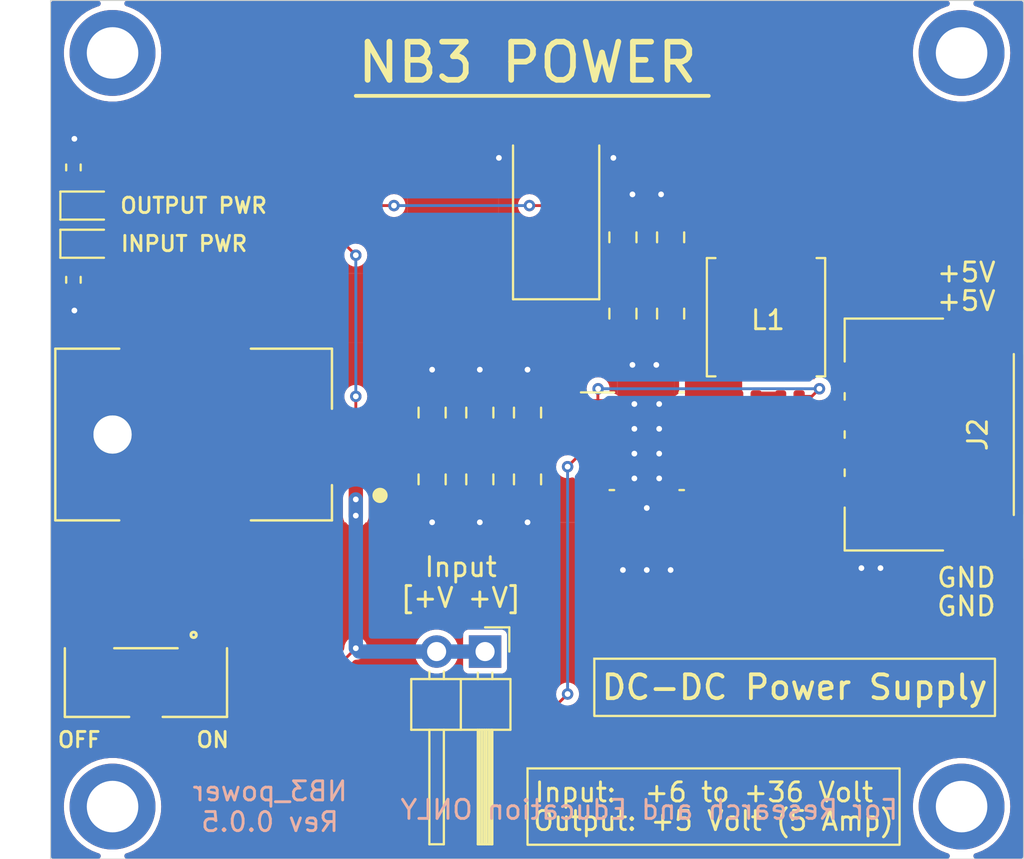
<source format=kicad_pcb>
(kicad_pcb (version 20240108) (generator "pcbnew") (generator_version "8.0")
  (title_block (title "NB3 Power PCB") (date "2023-11-29") (rev "0.0.5") (company "Voight-Kampff"))
  (layers (0 "F.Cu" signal) (31 "B.Cu" power) (34 "B.Paste" user) (35 "F.Paste" user) (36 "B.SilkS" user "B.Silkscreen") (37 "F.SilkS" user "F.Silkscreen") (38 "B.Mask" user) (39 "F.Mask" user) (44 "Edge.Cuts" user))
  (net 0 "")
  (net 1 "GND")
  (net 2 "Net-(C7-Pad1)")
  (net 3 "+5V")
  (net 4 "Net-(C10-Pad1)")
  (net 5 "+12V")
  (net 6 "Net-(U1-BST)")
  (net 7 "Net-(U1-SS)")
  (net 8 "Net-(U1-COMP)")
  (net 9 "Net-(U1-FB)")
  (net 10 "Net-(D1-K)")
  (net 11 "Net-(D2-K)")
  (net 12 "Net-(U1-SW)")
  (net 13 "Net-(SW1-B)")
  (footprint "MountingHole:MountingHole_2.7mm_M2.5_ISO7380_Pad" (layer "F.Cu") (at 133.25 127.5)
    (property "Reference" "H3" (hide yes))
    (property "Value" "MountingHole" (hide yes))
    (pad "" np_thru_hole circle (at 0 0) (size 4.5 4.5) (drill 2.7) (layers "F&B.Cu" "*.Mask"))
  )
  (footprint "Capacitor_SMD:C_0805_2012Metric" (layer "F.Cu") (at 162.5 101.6625 -90)
    (property "Reference" "C12" (hide yes))
    (property "Value" "10uF")
    (fp_line (start -0.258578 0.71) (end 0.258578 0.71) (stroke (width 0.12)) (layer "F.SilkS"))
    (fp_line (start -0.258578 -0.71) (end 0.258578 -0.71) (stroke (width 0.12)) (layer "F.SilkS"))
    (pad "1" smd roundrect (at -0.9375 0 270) (size 0.975 1.4) (layers "F.Cu" "F.Paste" "F.Mask") (net 3 "+5V"))
    (pad "2" smd roundrect (at 0.9375 0 270) (size 0.975 1.4) (layers "F.Cu" "F.Paste" "F.Mask") (net 1 "GND"))
  )
  (footprint "Resistor_SMD:R_0402_1005Metric" (layer "F.Cu") (at 166.5 106)
    (property "Reference" "R2" (hide yes))
    (property "Value" "10R")
    (pad "1" smd roundrect (at -0.485 0) (size 0.59 0.64) (layers "F.Cu" "F.Paste" "F.Mask") (net 12 "Net-(U1-SW)"))
    (pad "2" smd roundrect (at 0.485 0) (size 0.59 0.64) (layers "F.Cu" "F.Paste" "F.Mask") (net 2 "Net-(C7-Pad1)"))
  )
  (footprint "Resistor_SMD:R_0402_1005Metric" (layer "F.Cu") (at 131.2 94 90)
    (property "Reference" "R6" (hide yes))
    (property "Value" "1.6k")
    (fp_line (start -0.153641 -0.38) (end 0.153641 -0.38) (stroke (width 0.12)) (layer "F.SilkS"))
    (fp_line (start -0.153641 0.38) (end 0.153641 0.38) (stroke (width 0.12)) (layer "F.SilkS"))
    (pad "1" smd roundrect (at -0.51 0 90) (size 0.54 0.64) (layers "F.Cu" "F.Paste" "F.Mask") (net 11 "Net-(D2-K)"))
    (pad "2" smd roundrect (at 0.51 0 90) (size 0.54 0.64) (layers "F.Cu" "F.Paste" "F.Mask") (net 1 "GND"))
  )
  (footprint "Capacitor_SMD:C_0805_2012Metric" (layer "F.Cu") (at 155 106.85 90)
    (property "Reference" "C6" (hide yes))
    (property "Value" "10uF 35v")
    (fp_line (start -0.258578 -0.71) (end 0.258578 -0.71) (stroke (width 0.12)) (layer "F.SilkS"))
    (fp_line (start -0.258578 0.71) (end 0.258578 0.71) (stroke (width 0.12)) (layer "F.SilkS"))
    (pad "1" smd roundrect (at -0.9375 0 90) (size 0.975 1.4) (layers "F.Cu" "F.Paste" "F.Mask") (net 5 "+12V"))
    (pad "2" smd roundrect (at 0.9375 0 90) (size 0.975 1.4) (layers "F.Cu" "F.Paste" "F.Mask") (net 1 "GND"))
  )
  (footprint "LED_SMD:LED_0603_1608Metric" (layer "F.Cu") (at 132 96)
    (property "Reference" "D2" (hide yes))
    (property "Value" "LED (Red)")
    (fp_line (start -1.485 -0.735) (end -1.485 0.735) (stroke (width 0.12)) (layer "F.SilkS"))
    (fp_line (start -1.485 0.735) (end 0.8 0.735) (stroke (width 0.12)) (layer "F.SilkS"))
    (fp_line (start 0.8 -0.735) (end -1.485 -0.735) (stroke (width 0.12)) (layer "F.SilkS"))
    (pad "1" smd roundrect (at -0.7875 0) (size 0.875 0.95) (layers "F.Cu" "F.Paste" "F.Mask") (net 11 "Net-(D2-K)"))
    (pad "2" smd roundrect (at 0.7875 0) (size 0.875 0.95) (layers "F.Cu" "F.Paste" "F.Mask") (net 3 "+5V"))
  )
  (footprint "Capacitor_Tantalum_SMD:CP_EIA-7343-31_Kemet-D" (layer "F.Cu") (at 156.5 96.5 90)
    (property "Reference" "C16" (hide yes))
    (property "Value" "100uF")
    (fp_line (start 3.65 -2.26) (end -4.41 -2.26) (stroke (width 0.12)) (layer "F.SilkS"))
    (fp_line (start -4.41 -2.26) (end -4.41 2.26) (stroke (width 0.12)) (layer "F.SilkS"))
    (fp_line (start -4.41 2.26) (end 3.65 2.26) (stroke (width 0.12)) (layer "F.SilkS"))
    (pad "1" smd roundrect (at -3.1125 0 90) (size 2.075 2.55) (layers "F.Cu" "F.Paste" "F.Mask") (roundrect_rratio 0.1204819277) (net 3 "+5V"))
    (pad "2" smd roundrect (at 3.1125 0 90) (size 2.075 2.55) (layers "F.Cu" "F.Paste" "F.Mask") (roundrect_rratio 0.1204819277) (net 1 "GND"))
  )
  (footprint "MountingHole:MountingHole_2.7mm_M2.5_ISO7380_Pad" (layer "F.Cu") (at 177.75 88)
    (property "Reference" "H2" (hide yes))
    (property "Value" "MountingHole" (hide yes))
    (pad "" np_thru_hole circle (at 0 0) (size 4.5 4.5) (drill 2.7) (layers "F&B.Cu" "*.Mask"))
  )
  (footprint "Capacitor_SMD:C_0805_2012Metric" (layer "F.Cu") (at 150 106.85 90)
    (property "Reference" "C4" (hide yes))
    (property "Value" "10uF 35v")
    (fp_line (start -0.258578 -0.71) (end 0.258578 -0.71) (stroke (width 0.12)) (layer "F.SilkS"))
    (fp_line (start -0.258578 0.71) (end 0.258578 0.71) (stroke (width 0.12)) (layer "F.SilkS"))
    (pad "1" smd roundrect (at -0.9375 0 90) (size 0.975 1.4) (layers "F.Cu" "F.Paste" "F.Mask") (net 5 "+12V"))
    (pad "2" smd roundrect (at 0.9375 0 90) (size 0.975 1.4) (layers "F.Cu" "F.Paste" "F.Mask") (net 1 "GND"))
  )
  (footprint "Capacitor_SMD:C_0805_2012Metric" (layer "F.Cu") (at 160 97.6625 90)
    (property "Reference" "C14" (hide yes))
    (property "Value" "10uF")
    (fp_line (start -0.258578 -0.71) (end 0.258578 -0.71) (stroke (width 0.12)) (layer "F.SilkS"))
    (fp_line (start -0.258578 0.71) (end 0.258578 0.71) (stroke (width 0.12)) (layer "F.SilkS"))
    (pad "1" smd roundrect (at -0.9375 0 90) (size 0.975 1.4) (layers "F.Cu" "F.Paste" "F.Mask") (net 3 "+5V"))
    (pad "2" smd roundrect (at 0.9375 0 90) (size 0.975 1.4) (layers "F.Cu" "F.Paste" "F.Mask") (net 1 "GND"))
  )
  (footprint "Resistor_SMD:R_0402_1005Metric" (layer "F.Cu") (at 168.25 109.4)
    (property "Reference" "R3" (hide yes))
    (property "Value" "20K 1%")
    (pad "1" smd roundrect (at -0.485 0) (size 0.59 0.64) (layers "F.Cu" "F.Paste" "F.Mask") (net 8 "Net-(U1-COMP)"))
    (pad "2" smd roundrect (at 0.485 0) (size 0.59 0.64) (layers "F.Cu" "F.Paste" "F.Mask") (net 4 "Net-(C10-Pad1)"))
  )
  (footprint "Resistor_SMD:R_0402_1005Metric" (layer "F.Cu") (at 131.2 99.89 -90)
    (property "Reference" "R1" (hide yes))
    (property "Value" "5.6k")
    (fp_line (start -0.153641 0.38) (end 0.153641 0.38) (stroke (width 0.12)) (layer "F.SilkS"))
    (fp_line (start -0.153641 -0.38) (end 0.153641 -0.38) (stroke (width 0.12)) (layer "F.SilkS"))
    (pad "1" smd roundrect (at -0.51 0 270) (size 0.54 0.64) (layers "F.Cu" "F.Paste" "F.Mask") (net 10 "Net-(D1-K)"))
    (pad "2" smd roundrect (at 0.51 0 270) (size 0.54 0.64) (layers "F.Cu" "F.Paste" "F.Mask") (net 1 "GND"))
  )
  (footprint "NB3_power:Barrel_Jack_PJ-036AH-SMT-TR" (layer "F.Cu") (at 146 108.65)
    (property "Reference" "J1" (hide yes))
    (property "Value" "Barrel_Jack_PJ-036AH-SMT-TR" (hide yes))
    (fp_line (start -15.75 -5.15) (end -15.75 3.85) (stroke (width 0.127)) (layer "F.SilkS"))
    (fp_line (start -15.75 3.85) (end -12.4 3.85) (stroke (width 0.127)) (layer "F.SilkS"))
    (fp_line (start -12.4 -5.15) (end -15.75 -5.15) (stroke (width 0.127)) (layer "F.SilkS"))
    (fp_line (start -5.5 3.85) (end -1.25 3.85) (stroke (width 0.127)) (layer "F.SilkS"))
    (fp_line (start -1.25 -5.15) (end -5.5 -5.15) (stroke (width 0.127)) (layer "F.SilkS"))
    (fp_line (start -1.25 -2) (end -1.25 -5.15) (stroke (width 0.127)) (layer "F.SilkS"))
    (fp_line (start -1.25 3.85) (end -1.25 2) (stroke (width 0.127)) (layer "F.SilkS"))
    (fp_circle (center 1.27 2.54) (end 1.47 2.54) (stroke (width 0.4)) (fill none) (layer "F.SilkS"))
    (pad "" np_thru_hole circle (at -12.75 -0.65) (size 2 2) (drill 2) (layers "*.Cu" "*.Mask" "F.SilkS"))
    (pad "1" smd rect (at 0 0 90) (size 3.3 4.4) (layers "F.Cu" "F.Paste" "F.Mask") (net 5 "+12V"))
    (pad "2" smd rect (at -8.95 -7.1 180) (size 6.2 3.9) (layers "F.Cu" "F.Paste" "F.Mask") (net 1 "GND"))
    (pad "3" smd rect (at -8.95 5.8) (size 6.2 3.9) (layers "F.Cu" "F.Paste" "F.Mask") (net 1 "GND"))
  )
  (footprint "NB3_power:Switch_SPDT_SMD_Slide_JS102011JCQN" (layer "F.Cu") (at 135 121 180)
    (property "Reference" "SW1" (hide yes))
    (property "Value" "SW_SPDT" (hide yes))
    (fp_line (start 4.25 -1.8) (end 4.25 1.8) (stroke (width 0.127)) (layer "F.SilkS"))
    (fp_line (start 1.66 1.8) (end -1.66 1.8) (stroke (width 0.127)) (layer "F.SilkS"))
    (fp_line (start 0.88 -1.8) (end 4.25 -1.8) (stroke (width 0.127)) (layer "F.SilkS"))
    (fp_line (start -4.25 1.8) (end -4.25 -1.8) (stroke (width 0.127)) (layer "F.SilkS"))
    (fp_line (start -4.25 -1.8) (end -0.88 -1.8) (stroke (width 0.127)) (layer "F.SilkS"))
    (fp_circle (center -2.5 2.5) (end -2.358581 2.5) (stroke (width 0.1524)) (fill none) (layer "F.SilkS"))
    (pad "1" smd rect (at -2.5 1.2 180) (size 1 1.6) (layers "F.Cu" "F.Paste" "F.Mask") (net 5 "+12V"))
    (pad "2" smd rect (at 0 -1.2 180) (size 1 1.6) (layers "F.Cu" "F.Paste" "F.Mask") (net 13 "Net-(SW1-B)"))
    (pad "3" smd rect (at 2.5 1.2 180) (size 1 1.6) (layers "F.Cu" "F.Paste" "F.Mask") (net 1 "GND"))
  )
  (footprint "Capacitor_SMD:C_0402_1005Metric" (layer "F.Cu") (at 168.25 108.3 180)
    (property "Reference" "C10" (hide yes))
    (property "Value" "1.2nF")
    (pad "1" smd roundrect (at -0.485 0 180) (size 0.59 0.64) (layers "F.Cu" "F.Paste" "F.Mask") (net 4 "Net-(C10-Pad1)"))
    (pad "2" smd roundrect (at 0.485 0 180) (size 0.59 0.64) (layers "F.Cu" "F.Paste" "F.Mask") (net 1 "GND"))
  )
  (footprint "Capacitor_SMD:C_0805_2012Metric" (layer "F.Cu") (at 150 110.35 -90)
    (property "Reference" "C3" (hide yes))
    (property "Value" "10uF 35v")
    (fp_line (start -0.258578 0.71) (end 0.258578 0.71) (stroke (width 0.12)) (layer "F.SilkS"))
    (fp_line (start -0.258578 -0.71) (end 0.258578 -0.71) (stroke (width 0.12)) (layer "F.SilkS"))
    (pad "1" smd roundrect (at -0.9375 0 270) (size 0.975 1.4) (layers "F.Cu" "F.Paste" "F.Mask") (net 5 "+12V"))
    (pad "2" smd roundrect (at 0.9375 0 270) (size 0.975 1.4) (layers "F.Cu" "F.Paste" "F.Mask") (net 1 "GND"))
  )
  (footprint "MountingHole:MountingHole_2.7mm_M2.5_ISO7380_Pad" (layer "F.Cu") (at 177.75 127.5)
    (property "Reference" "H4" (hide yes))
    (property "Value" "MountingHole" (hide yes))
    (pad "" np_thru_hole circle (at 0 0) (size 4.5 4.5) (drill 2.7) (layers "F&B.Cu" "*.Mask"))
  )
  (footprint "Connector_PinHeader_2.54mm:PinHeader_1x02_P2.54mm_Horizontal" (layer "F.Cu") (at 152.775 119.375 -90)
    (property "Reference" "J3" (hide yes))
    (property "Value" "Conn_01x02_Pin")
    (fp_line (start 1.44 3.87) (end 4.1 3.87) (stroke (width 0.12)) (layer "F.SilkS"))
    (fp_line (start 4.1 3.87) (end 4.1 -1.33) (stroke (width 0.12)) (layer "F.SilkS"))
    (fp_line (start 1.042929 2.92) (end 1.44 2.92) (stroke (width 0.12)) (layer "F.SilkS"))
    (fp_line (start 10.1 2.92) (end 4.1 2.92) (stroke (width 0.12)) (layer "F.SilkS"))
    (fp_line (start 1.042929 2.16) (end 1.44 2.16) (stroke (width 0.12)) (layer "F.SilkS"))
    (fp_line (start 4.1 2.16) (end 10.1 2.16) (stroke (width 0.12)) (layer "F.SilkS"))
    (fp_line (start 10.1 2.16) (end 10.1 2.92) (stroke (width 0.12)) (layer "F.SilkS"))
    (fp_line (start 1.44 1.27) (end 4.1 1.27) (stroke (width 0.12)) (layer "F.SilkS"))
    (fp_line (start 1.11 0.38) (end 1.44 0.38) (stroke (width 0.12)) (layer "F.SilkS"))
    (fp_line (start 10.1 0.38) (end 4.1 0.38) (stroke (width 0.12)) (layer "F.SilkS"))
    (fp_line (start 4.1 0.28) (end 10.1 0.28) (stroke (width 0.12)) (layer "F.SilkS"))
    (fp_line (start 4.1 0.16) (end 10.1 0.16) (stroke (width 0.12)) (layer "F.SilkS"))
    (fp_line (start 4.1 0.04) (end 10.1 0.04) (stroke (width 0.12)) (layer "F.SilkS"))
    (fp_line (start -1.27 0) (end -1.27 -1.27) (stroke (width 0.12)) (layer "F.SilkS"))
    (fp_line (start 4.1 -0.08) (end 10.1 -0.08) (stroke (width 0.12)) (layer "F.SilkS"))
    (fp_line (start 4.1 -0.2) (end 10.1 -0.2) (stroke (width 0.12)) (layer "F.SilkS"))
    (fp_line (start 4.1 -0.32) (end 10.1 -0.32) (stroke (width 0.12)) (layer "F.SilkS"))
    (fp_line (start 1.11 -0.38) (end 1.44 -0.38) (stroke (width 0.12)) (layer "F.SilkS"))
    (fp_line (start 4.1 -0.38) (end 10.1 -0.38) (stroke (width 0.12)) (layer "F.SilkS"))
    (fp_line (start 10.1 -0.38) (end 10.1 0.38) (stroke (width 0.12)) (layer "F.SilkS"))
    (fp_line (start -1.27 -1.27) (end 0 -1.27) (stroke (width 0.12)) (layer "F.SilkS"))
    (fp_line (start 1.44 -1.33) (end 1.44 3.87) (stroke (width 0.12)) (layer "F.SilkS"))
    (fp_line (start 4.1 -1.33) (end 1.44 -1.33) (stroke (width 0.12)) (layer "F.SilkS"))
    (pad "1" thru_hole rect (at 0 0 270) (size 1.7 1.7) (drill 1) (layers "*.Cu" "*.Mask") (net 5 "+12V"))
    (pad "2" thru_hole oval (at 0 2.54 270) (size 1.7 1.7) (drill 1) (layers "*.Cu" "*.Mask") (net 5 "+12V"))
  )
  (footprint "Capacitor_SMD:C_0805_2012Metric" (layer "F.Cu") (at 152.5 110.35 -90)
    (property "Reference" "C1" (hide yes))
    (property "Value" "10uF 35v")
    (fp_line (start -0.258578 0.71) (end 0.258578 0.71) (stroke (width 0.12)) (layer "F.SilkS"))
    (fp_line (start -0.258578 -0.71) (end 0.258578 -0.71) (stroke (width 0.12)) (layer "F.SilkS"))
    (pad "1" smd roundrect (at -0.9375 0 270) (size 0.975 1.4) (layers "F.Cu" "F.Paste" "F.Mask") (net 5 "+12V"))
    (pad "2" smd roundrect (at 0.9375 0 270) (size 0.975 1.4) (layers "F.Cu" "F.Paste" "F.Mask") (net 1 "GND"))
  )
  (footprint "Capacitor_SMD:C_0805_2012Metric" (layer "F.Cu") (at 162.5 97.6625 90)
    (property "Reference" "C15" (hide yes))
    (property "Value" "10uF")
    (fp_line (start -0.258578 -0.71) (end 0.258578 -0.71) (stroke (width 0.12)) (layer "F.SilkS"))
    (fp_line (start -0.258578 0.71) (end 0.258578 0.71) (stroke (width 0.12)) (layer "F.SilkS"))
    (pad "1" smd roundrect (at -0.9375 0 90) (size 0.975 1.4) (layers "F.Cu" "F.Paste" "F.Mask") (net 3 "+5V"))
    (pad "2" smd roundrect (at 0.9375 0 90) (size 0.975 1.4) (layers "F.Cu" "F.Paste" "F.Mask") (net 1 "GND"))
  )
  (footprint "LED_SMD:LED_0603_1608Metric" (layer "F.Cu") (at 132 98)
    (property "Reference" "D1" (hide yes))
    (property "Value" "LED (Green)")
    (fp_line (start -1.485 -0.735) (end -1.485 0.735) (stroke (width 0.12)) (layer "F.SilkS"))
    (fp_line (start -1.485 0.735) (end 0.8 0.735) (stroke (width 0.12)) (layer "F.SilkS"))
    (fp_line (start 0.8 -0.735) (end -1.485 -0.735) (stroke (width 0.12)) (layer "F.SilkS"))
    (pad "1" smd roundrect (at -0.7875 0) (size 0.875 0.95) (layers "F.Cu" "F.Paste" "F.Mask") (net 10 "Net-(D1-K)"))
    (pad "2" smd roundrect (at 0.7875 0) (size 0.875 0.95) (layers "F.Cu" "F.Paste" "F.Mask") (net 5 "+12V"))
  )
  (footprint "Capacitor_SMD:C_0805_2012Metric" (layer "F.Cu") (at 152.5 106.85 90)
    (property "Reference" "C5" (hide yes))
    (property "Value" "10uF 35v")
    (fp_line (start -0.258578 -0.71) (end 0.258578 -0.71) (stroke (width 0.12)) (layer "F.SilkS"))
    (fp_line (start -0.258578 0.71) (end 0.258578 0.71) (stroke (width 0.12)) (layer "F.SilkS"))
    (pad "1" smd roundrect (at -0.9375 0 90) (size 0.975 1.4) (layers "F.Cu" "F.Paste" "F.Mask") (net 5 "+12V"))
    (pad "2" smd roundrect (at 0.9375 0 90) (size 0.975 1.4) (layers "F.Cu" "F.Paste" "F.Mask") (net 1 "GND"))
  )
  (footprint "Capacitor_SMD:C_0402_1005Metric" (layer "F.Cu") (at 166 108.35 90)
    (property "Reference" "C9" (hide yes))
    (property "Value" "1nF")
    (pad "1" smd roundrect (at -0.485 0 90) (size 0.59 0.64) (layers "F.Cu" "F.Paste" "F.Mask") (net 8 "Net-(U1-COMP)"))
    (pad "2" smd roundrect (at 0.485 0 90) (size 0.59 0.64) (layers "F.Cu" "F.Paste" "F.Mask") (net 1 "GND"))
  )
  (footprint "MountingHole:MountingHole_2.7mm_M2.5_ISO7380_Pad" (layer "F.Cu") (at 133.25 88)
    (property "Reference" "H1" (hide yes))
    (property "Value" "MountingHole" (hide yes))
    (pad "" np_thru_hole circle (at 0 0) (size 4.5 4.5) (drill 2.7) (layers "F&B.Cu" "*.Mask"))
  )
  (footprint "Capacitor_SMD:C_0402_1005Metric" (layer "F.Cu") (at 168.75 106)
    (property "Reference" "C7" (hide yes))
    (property "Value" "100nF")
    (pad "1" smd roundrect (at -0.485 0) (size 0.59 0.64) (layers "F.Cu" "F.Paste" "F.Mask") (net 2 "Net-(C7-Pad1)"))
    (pad "2" smd roundrect (at 0.485 0) (size 0.59 0.64) (layers "F.Cu" "F.Paste" "F.Mask") (net 6 "Net-(U1-BST)"))
  )
  (footprint "Resistor_SMD:R_0402_1005Metric" (layer "F.Cu") (at 166.5 110.5 180)
    (property "Reference" "R4" (hide yes))
    (property "Value" "12K 1%")
    (pad "1" smd roundrect (at -0.485 0 180) (size 0.59 0.64) (layers "F.Cu" "F.Paste" "F.Mask") (net 3 "+5V"))
    (pad "2" smd roundrect (at 0.485 0 180) (size 0.59 0.64) (layers "F.Cu" "F.Paste" "F.Mask") (net 9 "Net-(U1-FB)"))
  )
  (footprint "Capacitor_SMD:C_0805_2012Metric" (layer "F.Cu") (at 160 101.6625 -90)
    (property "Reference" "C13" (hide yes))
    (property "Value" "10uF")
    (fp_line (start -0.258578 0.71) (end 0.258578 0.71) (stroke (width 0.12)) (layer "F.SilkS"))
    (fp_line (start -0.258578 -0.71) (end 0.258578 -0.71) (stroke (width 0.12)) (layer "F.SilkS"))
    (pad "1" smd roundrect (at -0.9375 0 270) (size 0.975 1.4) (layers "F.Cu" "F.Paste" "F.Mask") (net 3 "+5V"))
    (pad "2" smd roundrect (at 0.9375 0 270) (size 0.975 1.4) (layers "F.Cu" "F.Paste" "F.Mask") (net 1 "GND"))
  )
  (footprint "Capacitor_SMD:C_0805_2012Metric" (layer "F.Cu") (at 155 110.35 -90)
    (property "Reference" "C2" (hide yes))
    (property "Value" "10uF 35v")
    (fp_line (start -0.258578 0.71) (end 0.258578 0.71) (stroke (width 0.12)) (layer "F.SilkS"))
    (fp_line (start -0.258578 -0.71) (end 0.258578 -0.71) (stroke (width 0.12)) (layer "F.SilkS"))
    (pad "1" smd roundrect (at -0.9375 0 270) (size 0.975 1.4) (layers "F.Cu" "F.Paste" "F.Mask") (net 5 "+12V"))
    (pad "2" smd roundrect (at 0.9375 0 270) (size 0.975 1.4) (layers "F.Cu" "F.Paste" "F.Mask") (net 1 "GND"))
  )
  (footprint "Capacitor_SMD:C_0402_1005Metric" (layer "F.Cu") (at 166.5 111.6 180)
    (property "Reference" "C11" (hide yes))
    (property "Value" "1nF")
    (pad "1" smd roundrect (at -0.485 0 180) (size 0.59 0.64) (layers "F.Cu" "F.Paste" "F.Mask") (net 3 "+5V"))
    (pad "2" smd roundrect (at 0.485 0 180) (size 0.59 0.64) (layers "F.Cu" "F.Paste" "F.Mask") (net 9 "Net-(U1-FB)"))
  )
  (footprint "Inductor_SMD:L_Bourns_SRN6045TA" (layer "F.Cu") (at 167.5 101.85 90)
    (property "Reference" "L1" (at -0.15 0.1 180) (layer "F.SilkS"))
    (property "Value" "SRN6045TA-2R2Y" (hide yes))
    (fp_line (start 3.1 -3.1) (end 3.1 -2.65) (stroke (width 0.12)) (layer "F.SilkS"))
    (fp_line (start -3.1 -3.1) (end 3.1 -3.1) (stroke (width 0.12)) (layer "F.SilkS"))
    (fp_line (start -3.1 -3.1) (end -3.1 -2.65) (stroke (width 0.12)) (layer "F.SilkS"))
    (fp_line (start 3.1 3.1) (end 3.1 2.65) (stroke (width 0.12)) (layer "F.SilkS"))
    (fp_line (start 3.1 3.1) (end -3.1 3.1) (stroke (width 0.12)) (layer "F.SilkS"))
    (fp_line (start -3.1 3.1) (end -3.1 2.65) (stroke (width 0.12)) (layer "F.SilkS"))
    (pad "1" smd rect (at -2.075 0 90) (size 2.35 5.1) (layers "F.Cu" "F.Paste" "F.Mask") (net 12 "Net-(U1-SW)"))
    (pad "2" smd rect (at 2.075 0 90) (size 2.35 5.1) (layers "F.Cu" "F.Paste" "F.Mask") (net 3 "+5V"))
  )
  (footprint "Capacitor_SMD:C_0402_1005Metric" (layer "F.Cu") (at 159.5 111.8)
    (property "Reference" "C8" (hide yes))
    (property "Value" "100nF")
    (pad "1" smd roundrect (at -0.485 0) (size 0.59 0.64) (layers "F.Cu" "F.Paste" "F.Mask") (net 7 "Net-(U1-SS)"))
    (pad "2" smd roundrect (at 0.485 0) (size 0.59 0.64) (layers "F.Cu" "F.Paste" "F.Mask") (net 1 "GND"))
  )
  (footprint "Resistor_SMD:R_0402_1005Metric" (layer "F.Cu") (at 163 111.8 180)
    (property "Reference" "R5" (hide yes))
    (property "Value" "2.2K 1%")
    (pad "1" smd roundrect (at -0.485 0 180) (size 0.59 0.64) (layers "F.Cu" "F.Paste" "F.Mask") (net 9 "Net-(U1-FB)"))
    (pad "2" smd roundrect (at 0.485 0 180) (size 0.59 0.64) (layers "F.Cu" "F.Paste" "F.Mask") (net 1 "GND"))
  )
  (footprint "NB3_power:Connector_S4B-PH-SM4-TB(LF)(SN)" (layer "F.Cu") (at 176.055299 108 -90)
    (property "Reference" "J2" (at 0.000001 -2.54 90) (layer "F.SilkS"))
    (property "Value" "Connector_S4B-PH-SM4-TB(LF)(SN)" (hide yes))
    (fp_line (start -6.077 4.4323) (end -3.828038 4.4323) (stroke (width 0.12)) (layer "F.SilkS"))
    (fp_line (start -2.171958 4.4323) (end -1.828039 4.4323) (stroke (width 0.12)) (layer "F.SilkS"))
    (fp_line (start -0.171959 4.4323) (end 0.171962 4.4323) (stroke (width 0.12)) (layer "F.SilkS"))
    (fp_line (start 1.828042 4.4323) (end 2.17196 4.4323) (stroke (width 0.12)) (layer "F.SilkS"))
    (fp_line (start 3.82804 4.4323) (end 6.077002 4.4323) (stroke (width 0.12)) (layer "F.SilkS"))
    (fp_line (start 6.077002 4.4323) (end 6.077002 -0.719961) (stroke (width 0.12)) (layer "F.SilkS"))
    (fp_line (start -6.077 -0.719961) (end -6.077 4.4323) (stroke (width 0.12)) (layer "F.SilkS"))
    (fp_line (start 4.217161 -4.4323) (end -4.217158 -4.4323) (stroke (width 0.12)) (layer "F.SilkS"))
    (pad "1" smd rect (at 3 2.944701 270) (size 0.9906 3.5052) (layers "F.Cu" "F.Paste" "F.Mask") (net 1 "GND"))
    (pad "2" smd rect (at 1.000002 2.944701 270) (size 0.9906 3.5052) (layers "F.Cu" "F.Paste" "F.Mask") (net 1 "GND"))
    (pad "3" smd rect (at -0.999999 2.944701 270) (size 0.9906 3.5052) (layers "F.Cu" "F.Paste" "F.Mask") (net 3 "+5V"))
    (pad "4" smd rect (at -2.999998 2.944701 270) (size 0.9906 3.5052) (layers "F.Cu" "F.Paste" "F.Mask") (net 3 "+5V"))
    (pad "5" smd rect (at -5.349998 -2.805301) (size 3.5052 1.6002) (layers "F.Cu" "F.Paste" "F.Mask"))
    (pad "6" smd rect (at 5.350001 -2.805301) (size 3.5052 1.6002) (layers "F.Cu" "F.Paste" "F.Mask"))
  )
  (footprint "NB3_power:Voltage_Regulator_AP64501" (layer "F.Cu") (at 161.25 108.35)
    (property "Reference" "U1" (hide yes))
    (property "Value" "Voltage_Regulator_AP64501" (hide yes))
    (fp_line (start -1.710584 -2.56) (end -3.45 -2.56) (stroke (width 0.12)) (layer "F.SilkS"))
    (fp_line (start -1.710584 2.56) (end -1.95 2.56) (stroke (width 0.12)) (layer "F.SilkS"))
    (fp_line (start 1.710584 -2.56) (end 1.95 -2.56) (stroke (width 0.12)) (layer "F.SilkS"))
    (fp_line (start 1.710584 2.56) (end 1.95 2.56) (stroke (width 0.12)) (layer "F.SilkS"))
    (pad "1" smd roundrect (at -2.5625 -1.905) (size 1.775 0.6) (layers "F.Cu" "F.Paste" "F.Mask") (net 6 "Net-(U1-BST)"))
    (pad "2" smd roundrect (at -2.5625 -0.635) (size 1.775 0.6) (layers "F.Cu" "F.Paste" "F.Mask") (net 5 "+12V"))
    (pad "3" smd roundrect (at -2.5625 0.635) (size 1.775 0.6) (layers "F.Cu" "F.Paste" "F.Mask") (net 13 "Net-(SW1-B)"))
    (pad "4" smd roundrect (at -2.5625 1.905) (size 1.775 0.6) (layers "F.Cu" "F.Paste" "F.Mask") (net 7 "Net-(U1-SS)"))
    (pad "5" smd roundrect (at 2.5625 1.905) (size 1.775 0.6) (layers "F.Cu" "F.Paste" "F.Mask") (net 9 "Net-(U1-FB)"))
    (pad "6" smd roundrect (at 2.5625 0.635) (size 1.775 0.6) (layers "F.Cu" "F.Paste" "F.Mask") (net 8 "Net-(U1-COMP)"))
    (pad "7" smd roundrect (at 2.5625 -0.635) (size 1.775 0.6) (layers "F.Cu" "F.Paste" "F.Mask") (net 1 "GND"))
    (pad "8" smd roundrect (at 2.5625 -1.905) (size 1.775 0.6) (layers "F.Cu" "F.Paste" "F.Mask") (net 12 "Net-(U1-SW)"))
    (pad "9" thru_hole circle (at -0.65 -1.95) (size 0.5 0.5) (drill 0.3) (layers "*.Cu") (net 1 "GND"))
    (pad "9" thru_hole circle (at -0.65 -0.65) (size 0.5 0.5) (drill 0.3) (layers "*.Cu") (net 1 "GND"))
    (pad "9" thru_hole circle (at -0.65 0.65 270) (size 0.5 0.5) (drill 0.3) (layers "*.Cu") (net 1 "GND"))
    (pad "9" thru_hole circle (at -0.65 1.95) (size 0.5 0.5) (drill 0.3) (layers "*.Cu") (net 1 "GND"))
    (pad "9" smd rect (at 0 0) (size 1.8 4.4) (layers "B.Cu" "B.Mask") (net 1 "GND"))
    (pad "9" smd rect (at 0 0) (size 2.95 4.9) (layers "F.Cu") (net 1 "GND"))
    (pad "9" thru_hole circle (at 0.65 -1.95) (size 0.5 0.5) (drill 0.3) (layers "*.Cu") (net 1 "GND"))
    (pad "9" thru_hole circle (at 0.65 -0.65) (size 0.5 0.5) (drill 0.3) (layers "*.Cu") (net 1 "GND"))
    (pad "9" thru_hole circle (at 0.65 0.65) (size 0.5 0.5) (drill 0.3) (layers "*.Cu") (net 1 "GND"))
    (pad "9" thru_hole circle (at 0.65 1.95) (size 0.5 0.5) (drill 0.3) (layers "*.Cu") (net 1 "GND"))
  )
  (gr_line (start 146 90.25) (end 164.5 90.25) (stroke (width 0.2)) (layer "F.SilkS"))
  (gr_rect (start 155 125.5) (end 174.5 129.5) (stroke (width 0.12)) (fill none) (layer "F.SilkS"))
  (gr_rect (start 158.5 119.75) (end 179.5 122.75) (stroke (width 0.12)) (fill none) (layer "F.SilkS"))
  (gr_rect (start 130 85.25) (end 181 130.25) (stroke (width 0.05)) (fill none) (layer "Edge.Cuts"))
  (gr_text "For Research and Education ONLY" (at 174.5 128.25 0) (layer "B.SilkS") (effects (font (size 1 1)) (justify left bottom mirror)))
  (gr_text "NB3_power\nRev 0.0.5" (at 141.5 127.5 0) (layer "B.SilkS") (effects (font (size 1 1)) (justify mirror)))
  (gr_text "Input\n[+V +V]" (at 151.5 115.75 0) (layer "F.SilkS") (effects (font (size 1 1))))
  (gr_text "NB3 POWER" (at 155 88.5 0) (layer "F.SilkS") (effects (font (size 2 2) (thickness 0.3))))
  (gr_text "ON" (at 138.5 124 0) (layer "F.SilkS") (effects (font (size 0.8 0.8))))
  (gr_text "GND" (at 178 117 0) (layer "F.SilkS") (effects (font (size 1 1))))
  (gr_text "Input:  +6 to +36 Volt" (at 164.25 126.75 0) (layer "F.SilkS") (effects (font (size 1 1))))
  (gr_text "+5V" (at 178 99.5 0) (layer "F.SilkS") (effects (font (size 1 1))))
  (gr_text "+5V" (at 178 101 0) (layer "F.SilkS") (effects (font (size 1 1))))
  (gr_text "OUTPUT PWR" (at 137.5 96 0) (layer "F.SilkS") (effects (font (size 0.8 0.8))))
  (gr_text "INPUT PWR" (at 137 98 0) (layer "F.SilkS") (effects (font (size 0.8 0.8))))
  (gr_text "Output: +5 Volt (5 Amp)" (at 164.75 128.25 0) (layer "F.SilkS") (effects (font (size 1 1))))
  (gr_text "OFF" (at 131.5 124 0) (layer "F.SilkS") (effects (font (size 0.8 0.8))))
  (gr_text "DC-DC Power Supply" (at 169 121.25 0) (layer "F.SilkS") (effects (font (size 1.25 1.25) (thickness 0.2))))
  (gr_text "GND" (at 178 115.5 0) (layer "F.SilkS") (effects (font (size 1 1))))
  (segment (start 162.5 96.725) (end 160 96.725) (width 0.15) (layer "F.Cu") (net 1))
  (segment (start 163.8125 107.715) (end 165.215 107.715) (width 0.5) (layer "F.Cu") (net 1))
  (segment (start 160.5 109.1) (end 161.25 108.35) (width 0.15) (layer "F.Cu") (net 1))
  (segment (start 165.365 107.865) (end 166 107.865) (width 0.5) (layer "F.Cu") (net 1))
  (segment (start 161.915 107.715) (end 161.9 107.7) (width 0.15) (layer "F.Cu") (net 1))
  (segment (start 134.35 114.45) (end 132.5 116.3) (width 0.15) (layer "F.Cu") (net 1))
  (segment (start 166.465 107.865) (end 166.9 108.3) (width 0.5) (layer "F.Cu") (net 1))
  (segment (start 137.05 114.45) (end 134.35 114.45) (width 0.15) (layer "F.Cu") (net 1))
  (segment (start 166.9 108.3) (end 167.765 108.3) (width 0.5) (layer "F.Cu") (net 1))
  (segment (start 163.8125 107.715) (end 161.915 107.715) (width 0.5) (layer "F.Cu") (net 1))
  (segment (start 137.05 101.55) (end 137.05 114.45) (width 4) (layer "F.Cu") (net 1))
  (segment (start 132.5 116.3) (end 132.5 119.8) (width 0.15) (layer "F.Cu") (net 1))
  (segment (start 166 107.865) (end 166.465 107.865) (width 0.5) (layer "F.Cu") (net 1))
  (segment (start 135.9 100.4) (end 137.05 101.55) (width 0.15) (layer "F.Cu") (net 1))
  (segment (start 165.215 107.715) (end 165.365 107.865) (width 0.5) (layer "F.Cu") (net 1))
  (segment (start 131.2 100.4) (end 135.9 100.4) (width 0.15) (layer "F.Cu") (net 1))
  (via (at 161.25 111.85) (size 0.6) (drill 0.3) (layers "F.Cu" "B.Cu") (net 1))
  (via (at 150 104.6) (size 0.6) (drill 0.3) (layers "F.Cu" "B.Cu") (net 1))
  (via (at 160.5 95.4125) (size 0.6) (drill 0.3) (layers "F.Cu" "B.Cu") (net 1))
  (via (at 172.5 115) (size 0.6) (drill 0.3) (layers "F.Cu" "B.Cu") (net 1))
  (via (at 159.5 93.5) (size 0.6) (drill 0.3) (layers "F.Cu" "B.Cu") (net 1))
  (via (at 161.25 115.1) (size 0.6) (drill 0.3) (layers "F.Cu" "B.Cu") (net 1))
  (via (at 155 112.6) (size 0.6) (drill 0.3) (layers "F.Cu" "B.Cu") (net 1))
  (via (at 131.25 92.5) (size 0.6) (drill 0.3) (layers "F.Cu" "B.Cu") (net 1))
  (via (at 161.75 104.35) (size 0.6) (drill 0.3) (layers "F.Cu" "B.Cu") (net 1))
  (via (at 150 112.6) (size 0.6) (drill 0.3) (layers "F.Cu" "B.Cu") (net 1))
  (via (at 173.5 115) (size 0.6) (drill 0.3) (layers "F.Cu" "B.Cu") (net 1))
  (via (at 153.5 93.5) (size 0.6) (drill 0.3) (layers "F.Cu" "B.Cu") (net 1))
  (via (at 160 115.1) (size 0.6) (drill 0.3) (layers "F.Cu" "B.Cu") (net 1))
  (via (at 162 95.4125) (size 0.6) (drill 0.3) (layers "F.Cu" "B.Cu") (net 1))
  (via (at 155 104.6) (size 0.6) (drill 0.3) (layers "F.Cu" "B.Cu") (net 1))
  (via (at 131.25 101.5) (size 0.6) (drill 0.3) (layers "F.Cu" "B.Cu") (net 1))
  (via (at 160.5 104.35) (size 0.6) (drill 0.3) (layers "F.Cu" "B.Cu") (net 1))
  (via (at 152.5 104.6) (size 0.6) (drill 0.3) (layers "F.Cu" "B.Cu") (net 1))
  (via (at 162.5 115.1) (size 0.6) (drill 0.3) (layers "F.Cu" "B.Cu") (net 1))
  (via (at 152.5 112.6) (size 0.6) (drill 0.3) (layers "F.Cu" "B.Cu") (net 1))
  (segment (start 166.985 106) (end 168.265 106) (width 0.5) (layer "F.Cu") (net 2))
  (segment (start 166.985 110.5) (end 166.985 111.6) (width 0.5) (layer "F.Cu") (net 3))
  (segment (start 167.7375 99.5375) (end 167.5 99.775) (width 0.15) (layer "F.Cu") (net 3))
  (segment (start 162.5 100.725) (end 162.5 98.6) (width 0.15) (layer "F.Cu") (net 3))
  (segment (start 156.5 96.4) (end 156.5 99.6125) (width 0.15) (layer "F.Cu") (net 3))
  (segment (start 166.985 110.5) (end 169.2 110.5) (width 0.15) (layer "F.Cu") (net 3))
  (segment (start 155.1 96) (end 156.1 96) (width 0.15) (layer "F.Cu") (net 3))
  (segment (start 169.2 110.5) (end 170 109.7) (width 0.15) (layer "F.Cu") (net 3))
  (segment (start 170 108.2425) (end 171.242499 107.000001) (width 0.15) (layer "F.Cu") (net 3))
  (segment (start 171.242499 107.000001) (end 173.110598 107.000001) (width 0.15) (layer "F.Cu") (net 3))
  (segment (start 160 100.725) (end 160 98.6) (width 0.15) (layer "F.Cu") (net 3))
  (segment (start 132.7875 96) (end 148 96) (width 0.15) (layer "F.Cu") (net 3))
  (segment (start 170 109.7) (end 170 108.2425) (width 0.15) (layer "F.Cu") (net 3))
  (segment (start 162.5 100.725) (end 160 100.725) (width 0.15) (layer "F.Cu") (net 3))
  (segment (start 162.5 98.6) (end 160 98.6) (width 0.15) (layer "F.Cu") (net 3))
  (segment (start 156.1 96) (end 156.5 96.4) (width 0.15) (layer "F.Cu") (net 3))
  (via (at 155.1 96) (size 0.6) (drill 0.3) (layers "F.Cu" "B.Cu") (net 3))
  (via (at 148 96) (size 0.6) (drill 0.3) (layers "F.Cu" "B.Cu") (net 3))
  (segment (start 155.1 96) (end 148 96) (width 0.15) (layer "B.Cu") (net 3))
  (segment (start 168.735 108.3) (end 168.735 109.4) (width 0.5) (layer "F.Cu") (net 4))
  (segment (start 146 112.25) (end 146 108.65) (width 0.75) (layer "F.Cu") (net 5))
  (segment (start 146 106) (end 146 108.65) (width 0.15) (layer "F.Cu") (net 5))
  (segment (start 132.7875 98) (end 145.4 98) (width 0.15) (layer "F.Cu") (net 5))
  (segment (start 145.4 98) (end 146 98.6) (width 0.15) (layer "F.Cu") (net 5))
  (segment (start 145.4 119.8) (end 146 119.2) (width 0.15) (layer "F.Cu") (net 5))
  (segment (start 137.5 119.8) (end 145.4 119.8) (width 0.15) (layer "F.Cu") (net 5))
  (via (at 146 119.2) (size 0.6) (drill 0.3) (layers "F.Cu" "B.Cu") (net 5))
  (via (at 146 98.6) (size 0.6) (drill 0.3) (layers "F.Cu" "B.Cu") (net 5))
  (via (at 146 111.4) (size 0.6) (drill 0.3) (layers "F.Cu" "B.Cu") (net 5))
  (via (at 146 106) (size 0.6) (drill 0.3) (layers "F.Cu" "B.Cu") (net 5))
  (via (at 146 112.25) (size 0.6) (drill 0.3) (layers "F.Cu" "B.Cu") (net 5))
  (segment (start 146.175 119.375) (end 150.235 119.375) (width 0.75) (layer "B.Cu") (net 5))
  (segment (start 146 119.2) (end 146.175 119.375) (width 0.15) (layer "B.Cu") (net 5))
  (segment (start 146 112.25) (end 146 111.4) (width 0.75) (layer "B.Cu") (net 5))
  (segment (start 150.235 119.375) (end 152.775 119.375) (width 0.75) (layer "B.Cu") (net 5))
  (segment (start 146 98.6) (end 146 106) (width 0.15) (layer "B.Cu") (net 5))
  (segment (start 146 119.2) (end 146 112.25) (width 0.75) (layer "B.Cu") (net 5))
  (segment (start 158.6875 106.445) (end 158.6875 105.6125) (width 0.15) (layer "F.Cu") (net 6))
  (segment (start 158.6875 105.6125) (end 158.7 105.6) (width 0.15) (layer "F.Cu") (net 6))
  (segment (start 169.235 106) (end 169.9 106) (width 0.15) (layer "F.Cu") (net 6))
  (segment (start 169.9 106) (end 170.3 105.6) (width 0.15) (layer "F.Cu") (net 6))
  (via (at 170.3 105.6) (size 0.6) (drill 0.3) (layers "F.Cu" "B.Cu") (net 6))
  (via (at 158.7 105.6) (size 0.6) (drill 0.3) (layers "F.Cu" "B.Cu") (net 6))
  (segment (start 170.3 105.6) (end 158.7 105.6) (width 0.15) (layer "B.Cu") (net 6))
  (segment (start 159.015 111.315) (end 159.015 111.8) (width 0.5) (layer "F.Cu") (net 7))
  (segment (start 158.6875 110.9875) (end 159.015 111.315) (width 0.5) (layer "F.Cu") (net 7))
  (segment (start 158.6875 110.255) (end 158.6875 110.9875) (width 0.5) (layer "F.Cu") (net 7))
  (segment (start 166.435 108.835) (end 167 109.4) (width 0.5) (layer "F.Cu") (net 8))
  (segment (start 166 108.835) (end 166.435 108.835) (width 0.5) (layer "F.Cu") (net 8))
  (segment (start 167 109.4) (end 167.765 109.4) (width 0.5) (layer "F.Cu") (net 8))
  (segment (start 165.115 108.985) (end 165.265 108.835) (width 0.5) (layer "F.Cu") (net 8))
  (segment (start 163.8125 108.985) (end 165.115 108.985) (width 0.5) (layer "F.Cu") (net 8))
  (segment (start 165.265 108.835) (end 166 108.835) (width 0.5) (layer "F.Cu") (net 8))
  (segment (start 163.485 111.215) (end 163.8125 110.8875) (width 0.5) (layer "F.Cu") (net 9))
  (segment (start 165.4 110.5) (end 166.015 110.5) (width 0.5) (layer "F.Cu") (net 9))
  (segment (start 166.015 110.5) (end 166.015 111.6) (width 0.5) (layer "F.Cu") (net 9))
  (segment (start 165.155 110.255) (end 165.4 110.5) (width 0.5) (layer "F.Cu") (net 9))
  (segment (start 163.485 111.8) (end 163.485 111.215) (width 0.5) (layer "F.Cu") (net 9))
  (segment (start 163.8125 110.8875) (end 163.8125 110.255) (width 0.5) (layer "F.Cu") (net 9))
  (segment (start 163.8125 110.255) (end 165.155 110.255) (width 0.5) (layer "F.Cu") (net 9))
  (segment (start 131.2 98.0125) (end 131.2125 98) (width 0.15) (layer "F.Cu") (net 10))
  (segment (start 131.2 99.38) (end 131.2 98.0125) (width 0.15) (layer "F.Cu") (net 10))
  (segment (start 131.2 95.9875) (end 131.2125 96) (width 0.15) (layer "F.Cu") (net 11))
  (segment (start 131.2 94.51) (end 131.2 95.9875) (width 0.15) (layer "F.Cu") (net 11))
  (segment (start 156.5 122.2) (end 157.1 121.6) (width 0.15) (layer "F.Cu") (net 13))
  (segment (start 157.8 108.985) (end 158.6875 108.985) (width 0.15) (layer "F.Cu") (net 13))
  (segment (start 157.1 109.685) (end 157.8 108.985) (width 0.15) (layer "F.Cu") (net 13))
  (segment (start 156.5 122.2) (end 135 122.2) (width 0.15) (layer "F.Cu") (net 13))
  (via (at 157.1 121.6) (size 0.6) (drill 0.3) (layers "F.Cu" "B.Cu") (net 13))
  (via (at 157.1 109.685) (size 0.6) (drill 0.3) (layers "F.Cu" "B.Cu") (net 13))
  (segment (start 157.1 121.6) (end 157.1 109.685) (width 0.15) (layer "B.Cu") (net 13))
  (zone (net 3) (net_name "+5V") (layer "F.Cu") (priority 2) (connect_pads yes (clearance 0.25)) (min_thickness 0.25) (fill yes (thermal_gap 0.5) (thermal_bridge_width 0.5))
    (polygon (pts (xy 176.5 101.2) (xy 154.5 101.2) (xy 154.5 98) (xy 176.5 98)))
  )
  (zone (net 1) (net_name "GND") (layer "F.Cu") (priority 2) (connect_pads yes (clearance 0.25)) (min_thickness 0.25) (fill yes (thermal_gap 0.5) (thermal_bridge_width 0.5))
    (polygon (pts (xy 172.5 116.2) (xy 159.7 116.2) (xy 159.7 113.6) (xy 172.5 113.6)))
  )
  (zone (net 12) (net_name "Net-(U1-SW)") (layer "F.Cu") (priority 2) (connect_pads yes (clearance 0.25)) (min_thickness 0.25) (fill yes (thermal_gap 0.5) (thermal_bridge_width 0.5))
    (polygon (pts (xy 166.25 105.1) (xy 166.25 106.35) (xy 165 106.35) (xy 164.75 106.85) (xy 163.25 106.85) (xy 163.25 102.8) (xy 166.3 102.8)))
  )
  (zone (net 3) (net_name "+5V") (layer "F.Cu") (priority 2) (connect_pads yes (clearance 0.25)) (min_thickness 0.25) (fill yes (thermal_gap 0.5) (thermal_bridge_width 0.5))
    (polygon (pts (xy 176 107) (xy 171 107) (xy 171 98) (xy 176 98)))
  )
  (zone (net 1) (net_name "GND") (layer "F.Cu") (priority 2) (connect_pads yes (clearance 0.25)) (min_thickness 0.25) (fill yes (thermal_gap 0.5) (thermal_bridge_width 0.5))
    (polygon (pts (xy 163.5 94.6) (xy 153.1 94.6) (xy 153.1 92) (xy 163.5 92)))
  )
  (zone (net 1) (net_name "GND") (layer "F.Cu") (priority 2) (connect_pads yes (clearance 0.25)) (min_thickness 0.25) (fill yes (thermal_gap 0.5) (thermal_bridge_width 0.5))
    (polygon (pts (xy 176 116.2) (xy 171 116.2) (xy 171 109) (xy 176 109)))
  )
  (zone (net 1) (net_name "GND") (layer "F.Cu") (priority 2) (connect_pads yes (clearance 0.25)) (min_thickness 0.25) (fill yes (thermal_gap 0.5) (thermal_bridge_width 0.5))
    (polygon (pts (xy 153.5 104.2) (xy 148.7 104.2) (xy 148.7 92) (xy 153.5 92)))
  )
  (zone (net 1) (net_name "GND") (layer "F.Cu") (priority 2) (connect_pads yes (clearance 0.25)) (min_thickness 0.25) (fill yes (thermal_gap 0.5) (thermal_bridge_width 0.5))
    (polygon (pts (xy 163.5 97.2) (xy 158.9 97.2) (xy 158.9 94.2) (xy 163.5 94.2)))
  )
  (zone (net 1) (net_name "GND") (layer "F.Cu") (priority 2) (connect_pads yes (clearance 0.25)) (min_thickness 0.25) (fill yes (thermal_gap 0.5) (thermal_bridge_width 0.5))
    (polygon (pts (xy 156.3 106.6) (xy 148.7 106.6) (xy 148.7 104) (xy 156.3 104)))
  )
  (zone (net 1) (net_name "GND") (layer "F.Cu") (priority 2) (connect_pads yes (clearance 0.25)) (min_thickness 0.25) (fill yes (thermal_gap 0.5) (thermal_bridge_width 0.5))
    (polygon (pts (xy 156.3 113.2) (xy 148.7 113.2) (xy 148.7 110.6) (xy 156.3 110.6)))
  )
  (zone (net 1) (net_name "GND") (layer "F.Cu") (priority 2) (connect_pads yes (clearance 0.25)) (min_thickness 0.25) (fill yes (thermal_gap 0.5) (thermal_bridge_width 0.5))
    (polygon (pts (xy 153.5 103.2) (xy 134 103.2) (xy 134 99.6) (xy 153.5 99.5)))
  )
  (zone (net 5) (net_name "+12V") (layer "F.Cu") (priority 2) (connect_pads yes (clearance 0.3)) (min_thickness 0.3) (fill yes (thermal_gap 0.5) (thermal_bridge_width 0.5))
    (polygon (pts (xy 159.25 108.1) (xy 158.2 108.1) (xy 156.45 109.85) (xy 147.45 109.85) (xy 147.45 107.25) (xy 159.25 107.25)))
  )
  (zone (net 1) (net_name "GND") (layer "F.Cu") (priority 2) (connect_pads yes (clearance 0.25)) (min_thickness 0.25) (fill yes (thermal_gap 0.5) (thermal_bridge_width 0.5))
    (polygon (pts (xy 162.7 104.2) (xy 153.1 104.2) (xy 153.1 101.6) (xy 162.7 101.6)))
  )
  (zone (net 1) (net_name "GND") (layer "F.Cu") (priority 2) (connect_pads yes (clearance 0.3)) (min_thickness 0.3) (fill yes (thermal_gap 0.5) (thermal_bridge_width 0.5))
    (polygon (pts (xy 162.7 115.6) (xy 159.7 115.6) (xy 159.7 101.6) (xy 162.7 101.6)))
  )
  (zone (net 1) (net_name "GND") (layer "F.Cu") (priority 2) (connect_pads yes (clearance 0.25)) (min_thickness 0.25) (fill yes (thermal_gap 0.5) (thermal_bridge_width 0.5))
    (polygon (pts (xy 160.8 116.2) (xy 134 116.2) (xy 134 112.6) (xy 160.8 112.6)))
  )
  (zone (net 1) (net_name "GND") (layers "F&B.Cu") (connect_pads yes (clearance 0.3)) (min_thickness 0.3) (fill yes (thermal_gap 0.5) (thermal_bridge_width 0.5))
    (polygon (pts (xy 181 130.25) (xy 130 130.25) (xy 130 85.25) (xy 181 85.25)))
  )
)
</source>
